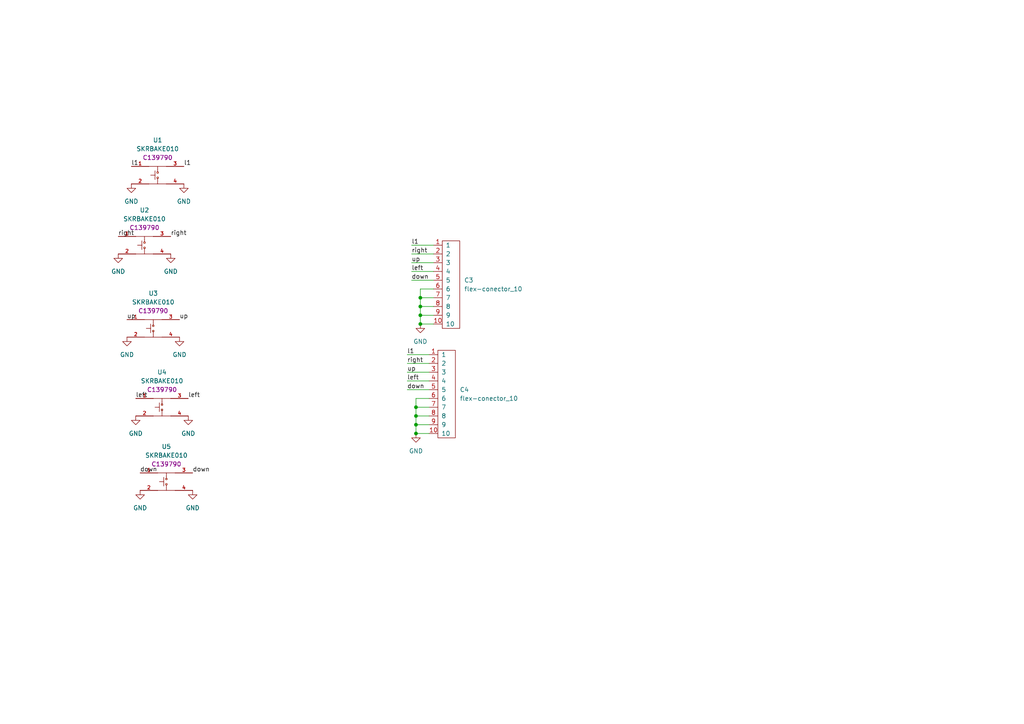
<source format=kicad_sch>
(kicad_sch (version 20230121) (generator eeschema)
  (paper "A4")
  (lib_symbols
    (symbol "JLCPCB_schematic:SKRBAKE010" (pin_names hide)
      (property "Reference" "U" (at 0 1.27 0))
      (property "Value" "SKRBAKE010" (at 0 -2.54 0))
      (property "LCSC" "C139790" (at 0 0 0))
      (symbol "SKRBAKE010_0_0"
        (circle (center 0 -13.462) (radius 0.254) (fill (type background)))
        (circle (center 0 -11.938) (radius 0.254) (fill (type background)))
        (polyline (pts (xy -2.54 -15.24) (xy 2.54 -15.24)))
        (polyline (pts (xy -2.54 -10.16) (xy 2.54 -10.16)))
        (polyline (pts (xy -0.762 -13.97) (xy -0.762 -11.43)))
        (polyline (pts (xy -0.762 -12.7) (xy -2.032 -12.7)))
        (polyline (pts (xy 0 -15.24) (xy 0 -13.462)))
        (polyline (pts (xy 0 -11.176) (xy 0 -11.938)))
        (polyline (pts (xy 0 -10.16) (xy 0 -11.176)))
        (pin unspecified line (at -7.62 -10.16 0) (length 5.08) (name "1") (number "1"))
        (pin unspecified line (at -7.62 -15.24 0) (length 5.08) (name "2") (number "2"))
        (pin unspecified line (at 7.62 -10.16 180) (length 5.08) (name "3") (number "3"))
        (pin unspecified line (at 7.62 -15.24 180) (length 5.08) (name "4") (number "4"))
      )
    )
    (symbol "consolizer:flex-conector_10" (pin_names (offset 1.016))
      (property "Reference" "C" (at 0 2.54 0))
      (property "Value" "flex-conector_10" (at 0 5.08 0))
      (symbol "flex-conector_10_0_1"
        (rectangle (start -2.54 -2.54) (end 2.54 -27.94))
      )
      (symbol "flex-conector_10_1_1"
        (pin input line (at -5.08 -3.81 0) (length 2.54) (name "1") (number "1"))
        (pin input line (at -5.08 -26.67 0) (length 2.54) (name "10") (number "10"))
        (pin input line (at -5.08 -6.35 0) (length 2.54) (name "2") (number "2"))
        (pin input line (at -5.08 -8.89 0) (length 2.54) (name "3") (number "3"))
        (pin input line (at -5.08 -11.43 0) (length 2.54) (name "4") (number "4"))
        (pin input line (at -5.08 -13.97 0) (length 2.54) (name "5") (number "5"))
        (pin input line (at -5.08 -16.51 0) (length 2.54) (name "6") (number "6"))
        (pin input line (at -5.08 -19.05 0) (length 2.54) (name "7") (number "7"))
        (pin input line (at -5.08 -21.59 0) (length 2.54) (name "8") (number "8"))
        (pin input line (at -5.08 -24.13 0) (length 2.54) (name "9") (number "9"))
      )
    )
    (symbol "power:GND" (power) (pin_names (offset 0))
      (property "Value" "GND" (at 0 -3.81 0))
      (symbol "GND_0_1"
        (polyline (pts (xy 0 0) (xy 0 -1.27) (xy 1.27 -1.27) (xy 0 -2.54) (xy -1.27 -1.27) (xy 0 -1.27)))
      )
      (symbol "GND_1_1"
        (pin power_in line (at 0 0 270) (length 0) hide (name "GND") (number "1"))
      )
    )
  )
  (junction (at 120.65 120.65))
  (junction (at 121.92 86.36))
  (junction (at 121.92 91.44))
  (junction (at 120.65 118.11))
  (junction (at 121.92 93.98))
  (junction (at 121.92 88.9))
  (junction (at 120.65 123.19))
  (junction (at 120.65 125.73))
  (wire (pts (xy 118.11 113.03) (xy 124.46 113.03)))
  (wire (pts (xy 124.46 123.19) (xy 120.65 123.19)))
  (wire (pts (xy 119.38 73.66) (xy 125.73 73.66)))
  (wire (pts (xy 120.65 118.11) (xy 120.65 120.65)))
  (wire (pts (xy 124.46 118.11) (xy 120.65 118.11)))
  (wire (pts (xy 118.11 102.87) (xy 124.46 102.87)))
  (wire (pts (xy 119.38 71.12) (xy 125.73 71.12)))
  (wire (pts (xy 118.11 105.41) (xy 124.46 105.41)))
  (wire (pts (xy 124.46 120.65) (xy 120.65 120.65)))
  (wire (pts (xy 124.46 115.57) (xy 120.65 115.57)))
  (wire (pts (xy 125.73 88.9) (xy 121.92 88.9)))
  (wire (pts (xy 125.73 83.82) (xy 121.92 83.82)))
  (wire (pts (xy 121.92 88.9) (xy 121.92 91.44)))
  (wire (pts (xy 118.11 110.49) (xy 124.46 110.49)))
  (wire (pts (xy 121.92 86.36) (xy 121.92 88.9)))
  (wire (pts (xy 125.73 91.44) (xy 121.92 91.44)))
  (wire (pts (xy 120.65 120.65) (xy 120.65 123.19)))
  (wire (pts (xy 120.65 115.57) (xy 120.65 118.11)))
  (wire (pts (xy 121.92 93.98) (xy 125.73 93.98)))
  (wire (pts (xy 119.38 81.28) (xy 125.73 81.28)))
  (wire (pts (xy 125.73 86.36) (xy 121.92 86.36)))
  (wire (pts (xy 119.38 76.2) (xy 125.73 76.2)))
  (wire (pts (xy 121.92 83.82) (xy 121.92 86.36)))
  (wire (pts (xy 121.92 91.44) (xy 121.92 93.98)))
  (wire (pts (xy 119.38 78.74) (xy 125.73 78.74)))
  (wire (pts (xy 118.11 107.95) (xy 124.46 107.95)))
  (wire (pts (xy 120.65 125.73) (xy 124.46 125.73)))
  (wire (pts (xy 120.65 123.19) (xy 120.65 125.73)))
  (label "up" (at 52.07 92.71 0))
  (label "right" (at 119.38 73.66 0))
  (label "left" (at 39.37 115.57 0))
  (label "down" (at 118.11 113.03 0))
  (label "down" (at 119.38 81.28 0))
  (label "up" (at 119.38 76.2 0))
  (label "l1" (at 119.38 71.12 0))
  (label "right" (at 49.53 68.58 0))
  (label "up" (at 36.83 92.71 0))
  (label "down" (at 55.88 137.16 0))
  (label "l1" (at 38.1 48.26 0))
  (label "l1" (at 53.34 48.26 0))
  (label "left" (at 118.11 110.49 0))
  (label "right" (at 118.11 105.41 0))
  (label "l1" (at 118.11 102.87 0))
  (label "right" (at 34.29 68.58 0))
  (label "up" (at 118.11 107.95 0))
  (label "left" (at 119.38 78.74 0))
  (label "down" (at 40.64 137.16 0))
  (label "left" (at 54.61 115.57 0))
  (symbol (lib_id "JLCPCB_schematic:SKRBAKE010") (at 41.91 58.42 0) (unit 1)
    (property "Reference" "U2" (at 41.91 60.96 0))
    (property "Value" "SKRBAKE010" (at 41.91 63.5 0))
    (property "Footprint" "JLCPCB_footprint:KEY-SMD_4P-L4.0-W4.8-P3.90-LS4.8" (effects hide))
    (property "Datasheet" "https://item.szlcsc.com/151114.html" (effects hide))
    (property "LCSC" "C139790" (at 41.91 66.04 0))
  )
  (symbol (lib_id "JLCPCB_schematic:SKRBAKE010") (at 46.99 105.41 0) (unit 1)
    (property "Reference" "U4" (at 46.99 107.95 0))
    (property "Value" "SKRBAKE010" (at 46.99 110.49 0))
    (property "Footprint" "JLCPCB_footprint:KEY-SMD_4P-L4.0-W4.8-P3.90-LS4.8" (effects hide))
    (property "Datasheet" "https://item.szlcsc.com/151114.html" (effects hide))
    (property "LCSC" "C139790" (at 46.99 113.03 0))
  )
  (symbol (lib_id "consolizer:flex-conector_10") (at 130.81 67.31 0) (unit 1)
    (property "Reference" "C3" (at 134.62 81.28 0) (effects (justify left)))
    (property "Value" "flex-conector_10" (at 134.62 83.82 0) (effects (justify left)))
    (property "Footprint" "consolizer:flex_short_10" (effects hide))
  )
  (symbol (lib_id "power:GND") (at 120.65 125.73 0) (unit 1)
    (property "Reference" "#PWR011" (effects hide))
    (property "Value" "GND" (at 120.65 130.81 0))
  )
  (symbol (lib_id "power:GND") (at 54.61 120.65 0) (unit 1)
    (property "Reference" "#PWR07" (effects hide))
    (property "Value" "GND" (at 54.61 125.73 0))
  )
  (symbol (lib_id "power:GND") (at 49.53 73.66 0) (unit 1)
    (property "Reference" "#PWR09" (effects hide))
    (property "Value" "GND" (at 49.53 78.74 0))
  )
  (symbol (lib_id "power:GND") (at 39.37 120.65 0) (unit 1)
    (property "Reference" "#PWR04" (effects hide))
    (property "Value" "GND" (at 39.37 125.73 0))
  )
  (symbol (lib_id "consolizer:flex-conector_10") (at 129.54 99.06 0) (unit 1)
    (property "Reference" "C4" (at 133.35 113.03 0) (effects (justify left)))
    (property "Value" "flex-conector_10" (at 133.35 115.57 0) (effects (justify left)))
    (property "Footprint" "consolizer:flex_short_10" (effects hide))
  )
  (symbol (lib_id "power:GND") (at 36.83 97.79 0) (unit 1)
    (property "Reference" "#PWR03" (effects hide))
    (property "Value" "GND" (at 36.83 102.87 0))
  )
  (symbol (lib_id "JLCPCB_schematic:SKRBAKE010") (at 44.45 82.55 0) (unit 1)
    (property "Reference" "U3" (at 44.45 85.09 0))
    (property "Value" "SKRBAKE010" (at 44.45 87.63 0))
    (property "Footprint" "JLCPCB_footprint:KEY-SMD_4P-L4.0-W4.8-P3.90-LS4.8" (effects hide))
    (property "Datasheet" "https://item.szlcsc.com/151114.html" (effects hide))
    (property "LCSC" "C139790" (at 44.45 90.17 0))
  )
  (symbol (lib_id "power:GND") (at 121.92 93.98 0) (unit 1)
    (property "Reference" "#PWR012" (effects hide))
    (property "Value" "GND" (at 121.92 99.06 0))
  )
  (symbol (lib_id "power:GND") (at 53.34 53.34 0) (unit 1)
    (property "Reference" "#PWR010" (effects hide))
    (property "Value" "GND" (at 53.34 58.42 0))
  )
  (symbol (lib_id "power:GND") (at 52.07 97.79 0) (unit 1)
    (property "Reference" "#PWR08" (effects hide))
    (property "Value" "GND" (at 52.07 102.87 0))
  )
  (symbol (lib_id "power:GND") (at 38.1 53.34 0) (unit 1)
    (property "Reference" "#PWR01" (effects hide))
    (property "Value" "GND" (at 38.1 58.42 0))
  )
  (symbol (lib_id "power:GND") (at 34.29 73.66 0) (unit 1)
    (property "Reference" "#PWR02" (effects hide))
    (property "Value" "GND" (at 34.29 78.74 0))
  )
  (symbol (lib_id "power:GND") (at 40.64 142.24 0) (unit 1)
    (property "Reference" "#PWR05" (effects hide))
    (property "Value" "GND" (at 40.64 147.32 0))
  )
  (symbol (lib_id "power:GND") (at 55.88 142.24 0) (unit 1)
    (property "Reference" "#PWR06" (effects hide))
    (property "Value" "GND" (at 55.88 147.32 0))
  )
  (symbol (lib_id "JLCPCB_schematic:SKRBAKE010") (at 45.72 38.1 0) (unit 1)
    (property "Reference" "U1" (at 45.72 40.64 0))
    (property "Value" "SKRBAKE010" (at 45.72 43.18 0))
    (property "Footprint" "JLCPCB_footprint:KEY-SMD_4P-L4.0-W4.8-P3.90-LS4.8" (effects hide))
    (property "Datasheet" "https://item.szlcsc.com/151114.html" (effects hide))
    (property "LCSC" "C139790" (at 45.72 45.72 0))
  )
  (symbol (lib_id "JLCPCB_schematic:SKRBAKE010") (at 48.26 127 0) (unit 1)
    (property "Reference" "U5" (at 48.26 129.54 0))
    (property "Value" "SKRBAKE010" (at 48.26 132.08 0))
    (property "Footprint" "JLCPCB_footprint:KEY-SMD_4P-L4.0-W4.8-P3.90-LS4.8" (effects hide))
    (property "Datasheet" "https://item.szlcsc.com/151114.html" (effects hide))
    (property "LCSC" "C139790" (at 48.26 134.62 0))
  )
)
</source>
